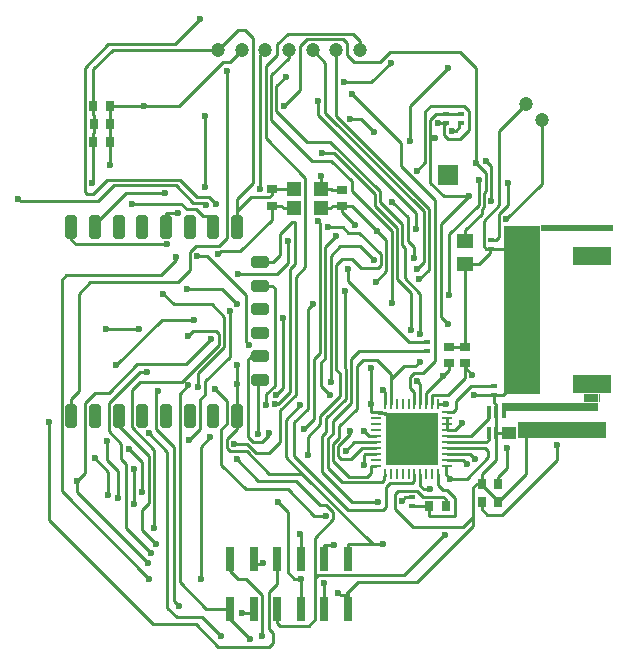
<source format=gtl>
%FSLAX24Y24*%
%MOIN*%
G70*
G01*
G75*
G04 Layer_Physical_Order=1*
G04 Layer_Color=255*
%ADD10R,0.0236X0.0157*%
%ADD11R,0.0551X0.0472*%
%ADD12R,0.0512X0.0472*%
%ADD13R,0.0354X0.0315*%
%ADD14R,0.1772X0.1772*%
%ADD15R,0.0110X0.0335*%
%ADD16R,0.0335X0.0110*%
%ADD17R,0.0295X0.0787*%
%ADD18R,0.0315X0.0354*%
%ADD19R,0.0138X0.0394*%
G04:AMPARAMS|DCode=20|XSize=78.7mil|YSize=39.4mil|CornerRadius=9.8mil|HoleSize=0mil|Usage=FLASHONLY|Rotation=90.000|XOffset=0mil|YOffset=0mil|HoleType=Round|Shape=RoundedRectangle|*
%AMROUNDEDRECTD20*
21,1,0.0787,0.0197,0,0,90.0*
21,1,0.0591,0.0394,0,0,90.0*
1,1,0.0197,0.0098,0.0295*
1,1,0.0197,0.0098,-0.0295*
1,1,0.0197,-0.0098,-0.0295*
1,1,0.0197,-0.0098,0.0295*
%
%ADD20ROUNDEDRECTD20*%
G04:AMPARAMS|DCode=21|XSize=59.1mil|YSize=39.4mil|CornerRadius=9.8mil|HoleSize=0mil|Usage=FLASHONLY|Rotation=180.000|XOffset=0mil|YOffset=0mil|HoleType=Round|Shape=RoundedRectangle|*
%AMROUNDEDRECTD21*
21,1,0.0591,0.0197,0,0,180.0*
21,1,0.0394,0.0394,0,0,180.0*
1,1,0.0197,-0.0197,0.0098*
1,1,0.0197,0.0197,0.0098*
1,1,0.0197,0.0197,-0.0098*
1,1,0.0197,-0.0197,-0.0098*
%
%ADD21ROUNDEDRECTD21*%
%ADD22R,0.1260X0.0591*%
%ADD23C,0.0100*%
%ADD24R,0.0364X0.0394*%
%ADD25R,0.0463X0.0295*%
%ADD26R,0.0000X0.0295*%
%ADD27R,0.3189X0.0315*%
%ADD28R,0.2400X0.0200*%
%ADD29R,0.1244X0.5621*%
%ADD30R,0.2972X0.0581*%
%ADD31C,0.0472*%
%ADD32C,0.0394*%
%ADD33C,0.0236*%
%ADD34C,0.0787*%
%ADD35R,0.0669X0.0669*%
D10*
X6742Y2421D02*
D03*
Y2717D02*
D03*
X6821Y-2441D02*
D03*
Y-2146D02*
D03*
X4085Y-5856D02*
D03*
Y-6152D02*
D03*
X5246Y6900D02*
D03*
Y6604D02*
D03*
X5719Y6909D02*
D03*
Y6614D02*
D03*
X4616Y-974D02*
D03*
X4616Y-679D02*
D03*
D11*
X5876Y1900D02*
D03*
Y2687D02*
D03*
D12*
X157Y3780D02*
D03*
X1063D02*
D03*
Y4409D02*
D03*
X157D02*
D03*
D13*
X-581Y3848D02*
D03*
Y4400D02*
D03*
X1782Y3839D02*
D03*
Y4390D02*
D03*
X5322Y-845D02*
D03*
Y-1396D02*
D03*
X5872Y-845D02*
D03*
Y-1396D02*
D03*
D14*
X4085Y-3917D02*
D03*
D15*
X3199Y-2746D02*
D03*
X3395D02*
D03*
X3592D02*
D03*
X3789D02*
D03*
X3986D02*
D03*
X4183D02*
D03*
X4380D02*
D03*
X4577D02*
D03*
X4774D02*
D03*
X4971D02*
D03*
Y-5089D02*
D03*
X4774D02*
D03*
X4577D02*
D03*
X4380D02*
D03*
X4183D02*
D03*
X3986D02*
D03*
X3789D02*
D03*
X3592D02*
D03*
X3395D02*
D03*
X3199D02*
D03*
D16*
X5256Y-3031D02*
D03*
Y-3228D02*
D03*
Y-3425D02*
D03*
Y-3622D02*
D03*
Y-3819D02*
D03*
Y-4016D02*
D03*
Y-4213D02*
D03*
Y-4409D02*
D03*
Y-4606D02*
D03*
Y-4803D02*
D03*
X2913D02*
D03*
Y-4606D02*
D03*
Y-4409D02*
D03*
Y-4213D02*
D03*
Y-4016D02*
D03*
Y-3819D02*
D03*
Y-3622D02*
D03*
Y-3425D02*
D03*
Y-3228D02*
D03*
Y-3031D02*
D03*
D17*
X1969Y-9587D02*
D03*
X1181D02*
D03*
X394D02*
D03*
X-394D02*
D03*
X-1181D02*
D03*
X-1969D02*
D03*
Y-7913D02*
D03*
X-1181D02*
D03*
X-394D02*
D03*
X394Y-7913D02*
D03*
X1181Y-7913D02*
D03*
X1969D02*
D03*
D18*
X6973Y-5408D02*
D03*
X6422D02*
D03*
X6973Y-6008D02*
D03*
X6422D02*
D03*
X5226Y-6161D02*
D03*
X4675D02*
D03*
X-6516Y5974D02*
D03*
X-5965D02*
D03*
X-6506Y6594D02*
D03*
X-5955D02*
D03*
X-6516Y7195D02*
D03*
X-5965D02*
D03*
D19*
X7165Y-3012D02*
D03*
X6909D02*
D03*
X6654D02*
D03*
Y-3720D02*
D03*
X6909D02*
D03*
X7165D02*
D03*
D20*
X-7250Y-3135D02*
D03*
X-6463D02*
D03*
X-5675D02*
D03*
X-4888D02*
D03*
X-4100D02*
D03*
X-3313D02*
D03*
X-2526D02*
D03*
X-1738D02*
D03*
Y3165D02*
D03*
X-2526Y3165D02*
D03*
X-3313Y3165D02*
D03*
X-4100D02*
D03*
X-4888D02*
D03*
X-5675D02*
D03*
X-6463D02*
D03*
X-7250D02*
D03*
D21*
X-951Y-1954D02*
D03*
X-951Y-1166D02*
D03*
X-951Y-379D02*
D03*
Y409D02*
D03*
Y1196D02*
D03*
Y1983D02*
D03*
D22*
X10100Y2191D02*
D03*
Y-2100D02*
D03*
D23*
X-6463Y3237D02*
X-5420Y4280D01*
X-6463Y3165D02*
Y3237D01*
X-2963Y-3593D02*
Y-2605D01*
X-3317Y-3947D02*
X-2963Y-3593D01*
X6498Y4297D02*
X6567Y4366D01*
X6498Y3825D02*
Y4297D01*
X6426Y3753D02*
X6498Y3825D01*
X6426Y3584D02*
Y3753D01*
X6282Y4715D02*
X6319Y4751D01*
Y3899D02*
Y4751D01*
X5320Y2900D02*
X6319Y3899D01*
X5876Y3035D02*
X6426Y3584D01*
X6282Y4715D02*
X6309D01*
X4715Y-6201D02*
Y-6181D01*
X4675Y-6220D02*
X4715Y-6181D01*
X4675Y-6470D02*
Y-6220D01*
X4675Y-6161D02*
X4715Y-6201D01*
X4675Y-6470D02*
X5520D01*
X5122Y-1823D02*
X5322Y-1623D01*
X7146Y-2441D02*
X7234Y-2352D01*
X7264Y-4232D02*
Y-4183D01*
Y-4896D02*
Y-4232D01*
X7884Y-3809D02*
X7894Y-3819D01*
Y-5087D02*
Y-3819D01*
X6973Y-6008D02*
X7894Y-5087D01*
X6821Y-2441D02*
X7146D01*
X6700Y2280D02*
Y2421D01*
X6742D02*
X7283D01*
X5567Y6357D02*
X5680Y6470D01*
X5447Y6357D02*
X5567D01*
X5430Y6340D02*
X5447Y6357D01*
X2373Y-8680D02*
X4260D01*
X2372Y-8681D02*
X2373Y-8680D01*
X2313Y-8681D02*
X2372D01*
X1909Y-9085D02*
X2313Y-8681D01*
X1969Y-9587D02*
Y-9051D01*
X1910Y-9110D02*
X1969Y-9051D01*
Y-9587D02*
Y-9110D01*
X1714D02*
X1969D01*
X2796Y-7420D02*
X3130D01*
X2715Y-2736D02*
X2746D01*
X2694Y-2757D02*
X2715Y-2736D01*
X5918Y-5241D02*
X6650Y-4509D01*
X5377Y-5241D02*
X5918D01*
X5226Y-5090D02*
X5377Y-5241D01*
X5226Y-5090D02*
Y-4803D01*
X5256D01*
X5935Y-4764D02*
X5936D01*
X5940Y-4760D01*
X4971Y-2740D02*
X5220D01*
X3395Y-1918D02*
Y-1739D01*
Y-2746D02*
Y-1918D01*
X2737Y-5050D02*
Y-4803D01*
X446Y-5070D02*
X2796Y-7420D01*
X3149D01*
X1969D02*
X2796D01*
X-4839Y7195D02*
X-3659D01*
X-5965D02*
X-4839D01*
X-1738Y-2072D02*
Y-1445D01*
X-110Y-4514D02*
X446Y-5070D01*
X6580Y2421D02*
X6700D01*
X6130Y-6520D02*
Y-5530D01*
Y-6810D02*
Y-6520D01*
X3080Y-3031D02*
X3090Y-3042D01*
X3080Y-3031D02*
X3080D01*
X2969D02*
X3080D01*
X2913D02*
X2969D01*
X2740D02*
Y-1540D01*
X2913Y-3031D02*
X3080D01*
X2980Y-3042D02*
X3080D01*
X3182D02*
X3209D01*
X3080D02*
X3182D01*
X2969Y-3031D02*
X2980Y-3042D01*
X3080D02*
Y-3031D01*
X2933Y3016D02*
X3246Y2703D01*
X-1738Y3670D02*
Y4076D01*
X-6560Y4583D02*
X-6516Y4627D01*
X5872Y-1554D02*
Y-1396D01*
Y-1878D02*
Y-1554D01*
X5890D01*
X4717Y6110D02*
Y6717D01*
Y4612D02*
Y6110D01*
X870Y-8560D02*
Y-7210D01*
X-1570Y-9710D02*
X-1181D01*
Y-8070D02*
X-890D01*
X-2878Y3508D02*
X-2526D01*
X5183Y6587D02*
X5246D01*
X5680Y6470D02*
Y6614D01*
X-1020Y-3760D02*
Y-1954D01*
X-5965Y5207D02*
Y5974D01*
X-3659Y7195D02*
X-2201Y8652D01*
X-1972D01*
X-1575Y9050D01*
X5528Y-3622D02*
X5780Y-3370D01*
X5256Y-3622D02*
X5528D01*
X6650Y-4509D02*
Y-4330D01*
X6533Y-4213D02*
X6650Y-4330D01*
X5256Y-4213D02*
X6533D01*
X-110Y-4514D02*
Y-3290D01*
X380Y-2800D01*
X2737Y-4803D02*
X2913D01*
X2600Y-5187D02*
X2737Y-5050D01*
X2001Y-5187D02*
X2600D01*
X1464Y-4650D02*
X2001Y-5187D01*
X1464Y-4650D02*
Y-4073D01*
X1660Y-3878D01*
Y-3496D01*
X2253Y-2903D01*
Y-1490D01*
X2456Y-1287D01*
X2944D01*
X3395Y-1739D01*
X-1738Y-3135D02*
Y-2072D01*
X-4839Y7195D02*
X-4820Y7175D01*
X-170Y7170D02*
X370Y7710D01*
Y9170D01*
X615Y9415D01*
X1795D01*
X1940Y9270D01*
Y8890D02*
Y9270D01*
Y8890D02*
X2180Y8650D01*
X3030D01*
X3360Y8980D01*
X5700D01*
X6240Y8440D01*
Y5270D02*
Y8440D01*
X1782Y3648D02*
X2210Y3220D01*
X1782Y3648D02*
Y3839D01*
X2900Y1330D02*
X3246Y1676D01*
Y2703D01*
X1782Y3839D02*
X2110D01*
X2933Y3016D01*
X7007Y6355D02*
X7895Y7243D01*
X7007Y3870D02*
Y6355D01*
X6490Y3353D02*
X7007Y3870D01*
X6490Y2511D02*
Y3353D01*
Y2511D02*
X6580Y2421D01*
X6252Y-5408D02*
X6422D01*
X6130Y-5530D02*
X6252Y-5408D01*
X4260Y-8680D02*
X6130Y-6810D01*
X3209Y-3042D02*
X4085Y-3917D01*
X6973Y-5187D02*
X7264Y-4896D01*
X6973Y-5408D02*
Y-5187D01*
X6422Y-6250D02*
Y-6008D01*
Y-6250D02*
X6612Y-6440D01*
X7100D01*
X8920Y-4620D01*
Y-4120D01*
X5310Y-2440D02*
X5872Y-1878D01*
X4774Y-2440D02*
X5310D01*
X4774Y-2746D02*
Y-2440D01*
X4717Y6110D02*
X4877D01*
X4900Y6900D02*
X5246D01*
X4717Y6717D02*
X4900Y6900D01*
X4717Y4612D02*
X5159Y4170D01*
X6000D01*
X1575Y6837D02*
Y9050D01*
Y6837D02*
X4670Y3742D01*
Y1730D02*
Y3742D01*
X4343Y1403D02*
X4670Y1730D01*
X4260Y1760D02*
X4491Y1991D01*
Y3668D01*
X1216Y6943D02*
X4491Y3668D01*
X1216Y6943D02*
Y8621D01*
X787Y9050D02*
X1216Y8621D01*
X3424Y629D02*
Y3018D01*
X2087Y4355D02*
X3424Y3018D01*
X2087Y4355D02*
Y4676D01*
X1410Y5353D02*
X2087Y4676D01*
X761Y5353D02*
X1410D01*
X-596Y6710D02*
X761Y5353D01*
X-596Y6710D02*
Y8203D01*
X0Y8798D01*
Y9050D01*
X-1420Y-670D02*
X-1320Y-770D01*
X-1420Y-670D02*
Y870D01*
X-2740Y2190D02*
X-1420Y870D01*
X-3060Y2190D02*
X-2740D01*
X-960Y4430D02*
Y8877D01*
X-787Y9050D01*
X1181Y-9587D02*
Y-8719D01*
X-380Y-6020D02*
X-47Y-6353D01*
Y-8363D02*
Y-6353D01*
Y-8363D02*
X166Y-8576D01*
X394D01*
Y-9587D02*
Y-8576D01*
X1060Y-2140D02*
X1370Y-2450D01*
X1060Y-2140D02*
Y-1380D01*
X1216Y-1224D01*
Y2480D01*
X1580Y2844D01*
X4040Y6010D02*
Y7190D01*
X5310Y8460D01*
X-3640Y-2420D02*
X-3350Y-2130D01*
X-3640Y-8700D02*
Y-2420D01*
Y-8700D02*
X-2753Y-9587D01*
X-1969D01*
X-900Y-10500D02*
Y-9130D01*
X-1440Y-8590D02*
X-900Y-9130D01*
X-1708Y-8590D02*
X-1440D01*
X-1969Y-8330D02*
X-1708Y-8590D01*
X-1969Y-8330D02*
Y-7913D01*
X-7075Y-5315D02*
X-6810Y-5050D01*
Y-2730D01*
X-6457Y-2377D01*
X-6013D01*
X-5052Y-1416D01*
X-3436D01*
X-2595Y-575D01*
X1181Y-7450D02*
X1500D01*
X1181Y-7913D02*
Y-7450D01*
X3884Y-5856D02*
X4085D01*
X3770Y-5970D02*
X3884Y-5856D01*
X4070Y-280D02*
Y950D01*
X3603Y1417D02*
X4070Y950D01*
X3603Y1417D02*
Y3104D01*
X2852Y3855D02*
X3603Y3104D01*
X2852Y3855D02*
Y4258D01*
X1511Y5600D02*
X2852Y4258D01*
X1100Y5600D02*
X1511D01*
X-5420Y4280D02*
X-4130D01*
X2048Y6760D02*
X2396D01*
X2849Y6307D01*
X-7110Y2570D02*
X-4070D01*
X-7250Y2710D02*
X-7110Y2570D01*
X-7250Y2710D02*
Y3165D01*
X4230Y3083D02*
Y3618D01*
X957Y6891D02*
X4230Y3618D01*
X957Y6891D02*
Y7340D01*
X4380Y-2746D02*
Y-2070D01*
X4280Y-1970D02*
X4380Y-2070D01*
X4380Y-420D02*
Y930D01*
X3859Y1451D02*
X4380Y930D01*
X3859Y1451D02*
Y2458D01*
X3782Y2535D02*
X3859Y2458D01*
X3782Y2535D02*
Y3236D01*
X3031Y3987D02*
X3782Y3236D01*
X3031Y3987D02*
Y4348D01*
X1382Y5996D02*
X3031Y4348D01*
X617Y5996D02*
X1382D01*
X-417Y7030D02*
X617Y5996D01*
X-417Y7030D02*
Y7833D01*
X-100Y8150D01*
X-2790Y4470D02*
Y6860D01*
X-3770Y2050D02*
Y2160D01*
X-4264Y1556D02*
X-3770Y2050D01*
X-7420Y1556D02*
X-4264D01*
X-7580Y1396D02*
X-7420Y1556D01*
X-7580Y-5643D02*
Y1396D01*
Y-5643D02*
X-4653Y-8570D01*
X-2940D02*
Y-4176D01*
X-2630Y-3866D01*
X1310Y3140D02*
X1786D01*
X1962Y2963D01*
X2341D01*
X3067Y2238D01*
Y1879D02*
Y2238D01*
X2980Y1793D02*
X3067Y1879D01*
X2394Y1793D02*
X2980D01*
X2116Y2070D02*
X2394Y1793D01*
X1776Y2070D02*
X2116D01*
X1573Y1867D02*
X1776Y2070D01*
X1573Y-1595D02*
Y1867D01*
Y-1595D02*
X1717Y-1739D01*
Y-2481D02*
Y-1739D01*
X1040Y-3158D02*
X1717Y-2481D01*
X1040Y-3420D02*
Y-3158D01*
X620Y-3840D02*
X1040Y-3420D01*
X620Y-4440D02*
Y-3840D01*
X6746Y4010D02*
Y5174D01*
X6570Y5350D02*
X6746Y5174D01*
X-5339Y-4247D02*
X-4913Y-4673D01*
Y-5689D02*
Y-4673D01*
X2337Y-974D02*
X4616D01*
X2074Y-1237D02*
X2337Y-974D01*
X2074Y-2720D02*
Y-1237D01*
X1481Y-3313D02*
X2074Y-2720D01*
X1481Y-3725D02*
Y-3313D01*
X1286Y-3920D02*
X1481Y-3725D01*
X1286Y-4882D02*
Y-3920D01*
Y-4882D02*
X1769Y-5366D01*
X3123D01*
X3199Y-5089D01*
X1860Y-1559D02*
Y1030D01*
Y-1559D02*
X1896Y-1594D01*
Y-2575D02*
Y-1594D01*
X1244Y-3226D02*
X1896Y-2575D01*
X1244Y-3693D02*
Y-3226D01*
X1107Y-3831D02*
X1244Y-3693D01*
X1107Y-5032D02*
Y-3831D01*
Y-5032D02*
X2104Y-6029D01*
X2980D01*
X4490Y-5580D02*
X4690D01*
X4380Y-5470D02*
X4490Y-5580D01*
X4380Y-5470D02*
Y-5089D01*
X4183Y-5307D02*
Y-5089D01*
X4100Y-5390D02*
X4183Y-5307D01*
X3368Y-5390D02*
X4100D01*
X3227Y-5531D02*
X3368Y-5390D01*
X3227Y-6189D02*
Y-5531D01*
X3140Y-6276D02*
X3227Y-6189D01*
X1965Y-6276D02*
X3140D01*
X174Y-4485D02*
X1965Y-6276D01*
X174Y-4485D02*
Y-3364D01*
X627Y-2911D01*
Y427D01*
X790Y590D01*
X3438Y3998D02*
X3961Y3475D01*
Y2677D02*
Y3475D01*
Y2677D02*
X4160Y2477D01*
Y2100D02*
Y2477D01*
X5320Y880D02*
Y2900D01*
X2428Y-4213D02*
X2913D01*
X2061Y-4580D02*
X2428Y-4213D01*
X1733Y-4580D02*
X2061D01*
X1643Y-4490D02*
X1733Y-4580D01*
X1643Y-4490D02*
Y-4147D01*
X2050Y-3740D01*
Y-3650D01*
X-5430Y-6880D02*
X-4600Y-7710D01*
X-5430Y-6880D02*
Y-4744D01*
X-5587Y-4587D02*
X-5430Y-4744D01*
X-5587Y-4587D02*
Y-4090D01*
X-6010Y-3667D02*
X-5587Y-4090D01*
X-6010Y-3667D02*
Y-2731D01*
X-4969Y-1690D01*
X-4720D01*
X2184Y-4016D02*
X2913D01*
X1890Y-4310D02*
X2184Y-4016D01*
X837Y-6475D02*
X1235D01*
X-48Y-5590D02*
X837Y-6475D01*
X-1440Y-5590D02*
X-48D01*
X-2256Y-4774D02*
X-1440Y-5590D01*
X-2256Y-4774D02*
Y-3579D01*
X-2078Y-3402D01*
Y-2648D01*
X-2469Y-2257D02*
X-2078Y-2648D01*
X-5160Y-6080D02*
Y-4930D01*
X-5700Y-5886D02*
Y-4990D01*
X-6070Y-4620D02*
X-5700Y-4990D01*
X-6070Y-4620D02*
Y-4000D01*
X-5750Y-1460D02*
X-4240Y50D01*
X-3180D01*
X394Y-7913D02*
Y-7118D01*
X360Y-7084D02*
X394Y-7118D01*
X-430Y-2440D02*
X-210Y-2220D01*
Y100D01*
X3182Y-3042D02*
X3562Y-3422D01*
Y-3473D02*
Y-3422D01*
X-3360Y-480D02*
X-3203Y-323D01*
X-2427D01*
X-2340Y-410D01*
Y-770D02*
Y-410D01*
X-3577Y-2007D02*
X-2340Y-770D01*
X-4967Y-2007D02*
X-3577D01*
X-5230Y-2270D02*
X-4967Y-2007D01*
X-5230Y-3530D02*
Y-2270D01*
Y-3530D02*
X-4488Y-4272D01*
Y-6868D02*
Y-4272D01*
X-4500Y-6880D02*
X-4488Y-6868D01*
X2490Y-3650D02*
X2659Y-3819D01*
X2913D01*
X2541Y-4409D02*
X2913D01*
X2490Y-4460D02*
X2541Y-4409D01*
X2490Y-4780D02*
Y-4460D01*
X1394Y-2020D02*
Y2196D01*
X1700Y2502D01*
X2357D01*
X2820Y2039D01*
X1063Y4409D02*
Y4842D01*
X-4100Y3165D02*
Y3620D01*
X-3696D01*
X490Y-3600D02*
X850Y-3240D01*
Y-1250D01*
X1037Y-1063D01*
Y3273D01*
X970Y3340D02*
X1037Y3273D01*
X-4890Y-6940D02*
X-4426Y-7404D01*
X-4890Y-6940D02*
Y-6290D01*
X-4666Y-6066D01*
Y-4497D01*
X-5675Y-3488D02*
X-4666Y-4497D01*
X-5675Y-3488D02*
Y-3135D01*
X-951Y1983D02*
X-537D01*
X-303Y2217D01*
Y2924D01*
X100Y3327D01*
X183D01*
X210Y3300D01*
Y1910D02*
Y3300D01*
X37Y1737D02*
X210Y1910D01*
X37Y-2359D02*
Y1737D01*
X-364Y-2760D02*
X37Y-2359D01*
X-450Y-2760D02*
X-364D01*
X5070Y3240D02*
X6000Y4170D01*
X5070Y160D02*
Y3240D01*
Y160D02*
X5300Y-70D01*
X-6100Y-240D02*
X-5010D01*
X-8000Y-6620D02*
Y-3340D01*
Y-6620D02*
X-4520Y-10100D01*
X-3110D01*
X-2370Y-10840D01*
X-670D01*
X-540Y-10710D01*
Y-10390D01*
X-680Y-10250D02*
X-540Y-10390D01*
X-680Y-10250D02*
Y-9026D01*
X-394Y-8740D01*
Y-7913D01*
X5246Y6587D02*
Y6604D01*
X5183Y6210D02*
Y6587D01*
Y6210D02*
X5300Y6093D01*
X5703D01*
X6000Y6390D01*
Y7030D01*
X5840Y7190D02*
X6000Y7030D01*
X4720Y7190D02*
X5840D01*
X4537Y7007D02*
X4720Y7190D01*
X4537Y5307D02*
Y7007D01*
X4260Y5030D02*
X4537Y5307D01*
X-1690Y1590D02*
X-410D01*
X-40Y1960D01*
Y2684D01*
X1974Y1336D02*
Y1750D01*
Y1336D02*
X3989Y-679D01*
X4616D01*
X2097Y7573D02*
X3732Y5938D01*
Y5193D02*
Y5938D01*
Y5193D02*
X4870Y4055D01*
Y-1310D02*
Y4055D01*
X4457Y-1723D02*
X4870Y-1310D01*
X4160Y-1723D02*
X4457D01*
X4033Y-1850D02*
X4160Y-1723D01*
X4033Y-2217D02*
Y-1850D01*
Y-2217D02*
X4183Y-2367D01*
Y-2746D02*
Y-2367D01*
X-3030Y-2179D02*
Y-1713D01*
X-2160Y-843D01*
Y150D01*
X-2580Y570D02*
X-2160Y150D01*
X-3843Y570D02*
X-2580D01*
X-4193Y920D02*
X-3843Y570D01*
X-2963Y-2605D02*
X-2783Y-2426D01*
Y-1973D01*
X-1978Y-1168D01*
Y333D01*
X-2220Y1080D02*
X-1730Y590D01*
X-3410Y1080D02*
X-2220D01*
X4970Y6604D02*
X5246D01*
X-4680Y-3720D02*
X-4060Y-4340D01*
Y-9540D02*
Y-4340D01*
Y-9540D02*
X-3740Y-9860D01*
X-2890D01*
X-2250Y-10500D01*
X5256Y-3819D02*
X6065D01*
X6654Y-3230D01*
Y-3002D01*
X5256Y-4016D02*
X6575D01*
X6654Y-3937D01*
Y-3711D01*
X5180Y-7110D02*
X5190D01*
X3830Y-8460D02*
X5180Y-7110D01*
X970Y-8460D02*
X3830D01*
X870Y-8560D02*
X970Y-8460D01*
X870Y-9930D02*
Y-8560D01*
X660Y-10140D02*
X870Y-9930D01*
X-394Y-10046D02*
X-300Y-10140D01*
X-6560Y4583D02*
Y4610D01*
X-6516Y4627D02*
Y5974D01*
X-394Y-10046D02*
Y-9587D01*
X-300Y-10140D02*
X660D01*
X870Y-7210D02*
X1482Y-6598D01*
Y-6358D01*
X1232Y-6108D02*
X1482Y-6358D01*
X1034Y-6108D02*
X1232D01*
X239Y-5314D02*
X1034Y-6108D01*
X-1026Y-5314D02*
X239D01*
X-1743Y-4597D02*
X-1026Y-5314D01*
X2740Y-3031D02*
X2913D01*
X2362Y9050D02*
Y9350D01*
X2119Y9594D02*
X2362Y9350D01*
X-46Y9594D02*
X2119D01*
X-390Y9250D02*
X-46Y9594D01*
X-390Y8899D02*
Y9250D01*
X-780Y8509D02*
X-390Y8899D01*
X-780Y6110D02*
Y8509D01*
Y6110D02*
X550Y4780D01*
Y1800D02*
Y4780D01*
X218Y1468D02*
X550Y1800D01*
X218Y-2457D02*
Y1468D01*
X-293Y-2967D02*
X218Y-2457D01*
X-293Y-4010D02*
Y-2967D01*
X-663Y-4380D02*
X-293Y-4010D01*
X-1100Y-4380D02*
X-663D01*
X-1400Y-4080D02*
X-1100Y-4380D01*
X-1830Y-4080D02*
X-1400D01*
X1969Y-7913D02*
Y-7420D01*
X-663Y-5070D02*
X446D01*
X-1406Y-4327D02*
X-663Y-5070D01*
X-1980Y-4327D02*
X-1406D01*
X-2077Y-4230D02*
X-1980Y-4327D01*
X-2077Y-4230D02*
Y-3917D01*
X-1738Y-3578D01*
Y-3135D01*
X-2852Y3958D02*
X-2766Y3872D01*
X-3186Y3958D02*
X-2852D01*
X-3769Y4540D02*
X-3186Y3958D01*
X-5846Y4540D02*
X-3769D01*
X-6362Y4024D02*
X-5846Y4540D01*
X-8948Y4024D02*
X-6362D01*
X-9016Y4093D02*
X-8948Y4024D01*
X-2663Y4143D02*
X-2440Y3920D01*
X-3058Y4143D02*
X-2663D01*
X-3634Y4719D02*
X-3058Y4143D01*
X-6054Y4719D02*
X-3634D01*
X-6535Y4237D02*
X-6054Y4719D01*
X-6737Y4237D02*
X-6535D01*
X-6810Y4310D02*
X-6737Y4237D01*
X-6810Y4310D02*
Y8460D01*
X-6020Y9250D01*
X-3802D01*
X-2982Y10070D01*
X-1181Y-9710D02*
Y-9587D01*
X-3830Y-9320D02*
X-3670Y-9480D01*
X-3830Y-9320D02*
Y-4177D01*
X-4437Y-3570D02*
X-3830Y-4177D01*
X-4437Y-3570D02*
Y-2402D01*
X-4360Y-2325D01*
X-1260Y-1166D02*
X-951D01*
X-1380Y-1286D02*
X-1260Y-1166D01*
X-1380Y-3841D02*
Y-1286D01*
Y-3841D02*
X-1198Y-4023D01*
X-891D01*
X-650Y-3782D01*
Y-3720D01*
X-5231Y3926D02*
X-3584D01*
X-3397Y3739D01*
X-3109D01*
X-2878Y3508D01*
X-2526Y3165D02*
Y3508D01*
X1850Y7970D02*
X2750D01*
X3400Y8620D01*
X-2080Y2770D02*
Y8350D01*
X-2330Y2520D02*
X-2080Y2770D01*
X-3100Y2520D02*
X-2330D01*
X-3310Y2310D02*
X-3100Y2520D01*
X-3310Y1700D02*
Y2310D01*
X-3700Y1310D02*
X-3310Y1700D01*
X-6620Y1310D02*
X-3700D01*
X-7000Y930D02*
X-6620Y1310D01*
X-7000Y-2320D02*
Y930D01*
X-7250Y-2570D02*
X-7000Y-2320D01*
X-7250Y-3135D02*
Y-2570D01*
X-2372Y2233D02*
X-2260Y2345D01*
X-1635D01*
X-581Y3399D01*
Y3848D01*
X5680Y6614D02*
X5719D01*
X-1969Y-9912D02*
Y-9587D01*
Y-9912D02*
X-1290Y-10590D01*
X-6018Y-5800D02*
Y-5002D01*
X-6480Y-4540D02*
X-6018Y-5002D01*
X-1181Y-8070D02*
Y-7913D01*
X-890Y-8070D02*
X-880Y-8060D01*
X-7075Y-5695D02*
X-4710Y-8060D01*
X-7075Y-5695D02*
Y-5315D01*
X7247Y3402D02*
X8425Y4580D01*
Y6713D01*
X3199Y-2746D02*
Y-2379D01*
X3120Y-2300D02*
X3199Y-2379D01*
X6700Y2421D02*
X6742D01*
X6320Y1900D02*
X6700Y2280D01*
X5876Y1900D02*
X6320D01*
X-1020Y-1954D02*
X-951D01*
X-770Y-2770D02*
Y-2426D01*
X-480Y-2136D01*
Y1110D01*
X-566Y1196D02*
X-480Y1110D01*
X-951Y1196D02*
X-566D01*
X7300Y3884D02*
Y4623D01*
X7000Y3584D02*
X7300Y3884D01*
X7000Y2817D02*
Y3584D01*
X6900Y2717D02*
X7000Y2817D01*
X6742Y2717D02*
X6900D01*
X3395Y-1918D02*
X3823Y-1491D01*
X4209D01*
X4360Y-1339D01*
X4971Y-2746D02*
Y-2740D01*
X5226Y-6161D02*
Y-5930D01*
X5146Y-5850D02*
X5226Y-5930D01*
X4461Y-5850D02*
X5146D01*
X4260Y-5649D02*
X4461Y-5850D01*
X3620Y-5649D02*
X4260D01*
X3523Y-5746D02*
X3620Y-5649D01*
X3523Y-6263D02*
Y-5746D01*
Y-6263D02*
X4123Y-6863D01*
X5787D01*
X6130Y-6520D01*
X-1738Y4076D02*
X-1209Y4605D01*
Y9439D01*
X-1470Y9700D02*
X-1209Y9439D01*
X-1712Y9700D02*
X-1470D01*
X-2362Y9050D02*
X-1712Y9700D01*
X4577Y-2368D02*
X5122Y-1823D01*
X4577Y-2746D02*
Y-2368D01*
X5876Y2687D02*
Y3035D01*
X6567Y4366D02*
Y4943D01*
X6240Y5270D02*
X6567Y4943D01*
X6160Y-2441D02*
X6821D01*
X-6516Y7195D02*
Y8401D01*
X-5867Y9050D01*
X-2362D01*
X5256Y-3031D02*
X5460D01*
X5570Y-2921D01*
Y-2636D01*
X6060Y-2146D01*
X6821D01*
X5256Y-4409D02*
X6034D01*
X6194Y-4569D01*
X5256Y-4606D02*
X5786D01*
X5940Y-4760D01*
X1063Y3780D02*
X1390D01*
X1449Y3839D01*
X1782D01*
X5322Y-1623D02*
Y-1396D01*
X6909Y-4612D02*
Y-3711D01*
X6422Y-5100D02*
X6909Y-4612D01*
X6422Y-5408D02*
Y-5100D01*
X5520Y-6470D02*
Y-5889D01*
X5257Y-5626D02*
X5520Y-5889D01*
X5147Y-5626D02*
X5257D01*
X4971Y-5450D02*
X5147Y-5626D01*
X4971Y-5450D02*
Y-5089D01*
X5890Y-1554D02*
X6106Y-1770D01*
X-1738Y3165D02*
Y3670D01*
X-1268Y4140D01*
X-671D01*
X-581Y4230D01*
Y4400D01*
X7165Y-3002D02*
Y-2970D01*
X-5955Y6280D02*
Y6594D01*
X-5965Y6270D02*
X-5955Y6280D01*
X-5965Y5974D02*
Y6270D01*
X-5965Y6890D02*
Y7195D01*
Y6890D02*
X-5955Y6880D01*
Y6594D02*
Y6880D01*
X5256Y-3425D02*
Y-3228D01*
Y-3622D02*
Y-3425D01*
X-6506Y6280D02*
Y6594D01*
X-6516Y6270D02*
X-6506Y6280D01*
X-6516Y5974D02*
Y6270D01*
X-6516Y6890D02*
Y7195D01*
Y6890D02*
X-6506Y6880D01*
Y6594D02*
Y6880D01*
X-210Y4409D02*
X157D01*
X-220Y4400D02*
X-210Y4409D01*
X-581Y4400D02*
X-220D01*
X5322Y-845D02*
X5872D01*
X5876Y524D02*
Y1900D01*
X5872Y520D02*
X5876Y524D01*
X5872Y-845D02*
Y520D01*
X6422Y-5439D02*
Y-5408D01*
Y-5439D02*
X6973Y-5990D01*
Y-6008D02*
Y-5990D01*
X6909Y-3711D02*
X7165D01*
X6821Y-2681D02*
Y-2441D01*
Y-2681D02*
X6909Y-2770D01*
Y-3711D02*
Y-2770D01*
X-181Y3780D02*
X157D01*
X-250Y3848D02*
X-181Y3780D01*
X-581Y3848D02*
X-250D01*
X1430Y4390D02*
X1782D01*
X1410Y4409D02*
X1430Y4390D01*
X1063Y4409D02*
X1410D01*
X4380Y-6161D02*
X4675D01*
X4370Y-6152D02*
X4380Y-6161D01*
X4085Y-6152D02*
X4370D01*
X5480Y6909D02*
X5719D01*
X5470Y6900D02*
X5480Y6909D01*
X5246Y6900D02*
X5470D01*
X3090Y-3042D02*
X3132D01*
D24*
X7416Y-3720D02*
D03*
D25*
X10054Y-2539D02*
D03*
D26*
X10354D02*
D03*
D27*
X8691Y-2844D02*
D03*
D28*
X9600Y3100D02*
D03*
D29*
X7778Y389D02*
D03*
D30*
X9085Y-3627D02*
D03*
D31*
X2362Y9050D02*
D03*
X1575D02*
D03*
X787D02*
D03*
X0D02*
D03*
X-787D02*
D03*
X-1575D02*
D03*
X-2362D02*
D03*
X7895Y7243D02*
D03*
X8425Y6713D02*
D03*
D32*
X5315Y4882D02*
D03*
D33*
X-3317Y-3947D02*
D03*
X6319Y4724D02*
D03*
X8920Y-4120D02*
D03*
X7264Y-4232D02*
D03*
X2746Y-2736D02*
D03*
X5935Y-4764D02*
D03*
X5377Y-5241D02*
D03*
X4690Y-5580D02*
D03*
X-5965Y5207D02*
D03*
X5780Y-3370D02*
D03*
X380Y-2800D02*
D03*
X-1738Y-2072D02*
D03*
X-4820Y7175D02*
D03*
X-1738Y-1445D02*
D03*
X-170Y7170D02*
D03*
X2210Y3220D02*
D03*
X2900Y1330D02*
D03*
X2933Y3016D02*
D03*
X4877Y6110D02*
D03*
X6000Y4170D02*
D03*
X4343Y1403D02*
D03*
X4260Y1760D02*
D03*
X3424Y629D02*
D03*
X-1320Y-770D02*
D03*
X-3060Y2190D02*
D03*
X-960Y4430D02*
D03*
X1181Y-8719D02*
D03*
X-380Y-6020D02*
D03*
X394Y-8576D02*
D03*
X1370Y-2450D02*
D03*
X1580Y2844D02*
D03*
X4040Y6010D02*
D03*
X5310Y8460D02*
D03*
X-3350Y-2130D02*
D03*
X-900Y-10500D02*
D03*
X-7075Y-5315D02*
D03*
X-2595Y-575D02*
D03*
X1500Y-7450D02*
D03*
X3770Y-5970D02*
D03*
X4070Y-280D02*
D03*
X1100Y5600D02*
D03*
X-4130Y4280D02*
D03*
X2048Y6760D02*
D03*
X2849Y6307D02*
D03*
X-4070Y2570D02*
D03*
X4230Y3083D02*
D03*
X957Y7340D02*
D03*
X4280Y-1970D02*
D03*
X4380Y-420D02*
D03*
X-100Y8150D02*
D03*
X-2790Y6860D02*
D03*
Y4470D02*
D03*
X-3770Y2160D02*
D03*
X-4653Y-8570D02*
D03*
X-2940D02*
D03*
X-2630Y-3866D02*
D03*
X1310Y3140D02*
D03*
X620Y-4440D02*
D03*
X6746Y4010D02*
D03*
X6570Y5350D02*
D03*
X-5339Y-4247D02*
D03*
X-4913Y-5689D02*
D03*
X1860Y1030D02*
D03*
X2980Y-6029D02*
D03*
X790Y590D02*
D03*
X3438Y3998D02*
D03*
X4160Y2100D02*
D03*
X5320Y880D02*
D03*
X2050Y-3650D02*
D03*
X-4600Y-7710D02*
D03*
X-4720Y-1690D02*
D03*
X1890Y-4310D02*
D03*
X1235Y-6475D02*
D03*
X-2469Y-2257D02*
D03*
X-5160Y-4930D02*
D03*
Y-6080D02*
D03*
X-5700Y-5886D02*
D03*
X-6070Y-4000D02*
D03*
X-5750Y-1460D02*
D03*
X-3180Y50D02*
D03*
X360Y-7084D02*
D03*
X-430Y-2440D02*
D03*
X-210Y100D02*
D03*
X-3360Y-480D02*
D03*
X-4500Y-6880D02*
D03*
X2490Y-3650D02*
D03*
Y-4780D02*
D03*
X1394Y-2020D02*
D03*
X2820Y2039D02*
D03*
X1063Y4842D02*
D03*
X-3696Y3620D02*
D03*
X490Y-3600D02*
D03*
X970Y3340D02*
D03*
X-4426Y-7404D02*
D03*
X-450Y-2760D02*
D03*
X5300Y-70D02*
D03*
X-5010Y-240D02*
D03*
X-6100D02*
D03*
X-8000Y-3340D02*
D03*
X4260Y5030D02*
D03*
X-1690Y1590D02*
D03*
X-40Y2684D02*
D03*
X1974Y1750D02*
D03*
X2097Y7573D02*
D03*
X-3030Y-2179D02*
D03*
X-4193Y920D02*
D03*
X-1978Y333D02*
D03*
X-1730Y590D02*
D03*
X-3410Y1080D02*
D03*
X4970Y6604D02*
D03*
X-4680Y-3720D02*
D03*
X-2250Y-10500D02*
D03*
X5190Y-7110D02*
D03*
X-6560Y4610D02*
D03*
X-1743Y-4597D02*
D03*
X2740Y-1540D02*
D03*
X-1830Y-4080D02*
D03*
X3149Y-7420D02*
D03*
X-2766Y3872D02*
D03*
X-9016Y4093D02*
D03*
X-2440Y3920D02*
D03*
X-2982Y10070D02*
D03*
X-3670Y-9480D02*
D03*
X-4360Y-2325D02*
D03*
X-650Y-3720D02*
D03*
X-5231Y3926D02*
D03*
X1850Y7970D02*
D03*
X3400Y8620D02*
D03*
X-2080Y8350D02*
D03*
X-2372Y2233D02*
D03*
X5430Y6340D02*
D03*
X-1290Y-10590D02*
D03*
X-6018Y-5800D02*
D03*
X-6480Y-4540D02*
D03*
X-880Y-8060D02*
D03*
X-4710D02*
D03*
X7247Y3402D02*
D03*
X3120Y-2300D02*
D03*
X-1020Y-3760D02*
D03*
X-770Y-2770D02*
D03*
X7300Y4623D02*
D03*
X4360Y-1339D02*
D03*
X5220Y-2740D02*
D03*
X5122Y-1823D02*
D03*
X6240Y5270D02*
D03*
X6160Y-2441D02*
D03*
X-1570Y-9710D02*
D03*
X6194Y-4569D02*
D03*
X6106Y-1770D02*
D03*
X1645Y-9060D02*
D03*
D34*
X4085Y-3917D02*
D03*
D35*
X5305Y4882D02*
D03*
M02*

</source>
